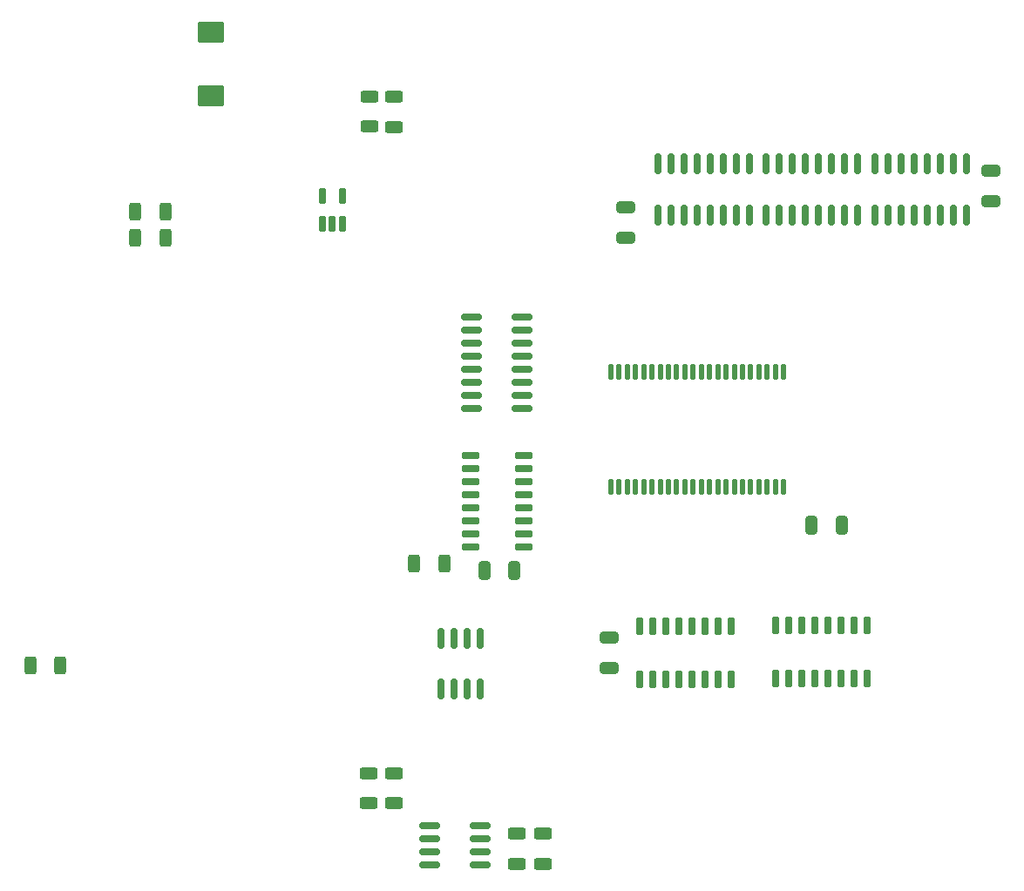
<source format=gbr>
%TF.GenerationSoftware,KiCad,Pcbnew,8.0.5-8.0.5-0~ubuntu22.04.1*%
%TF.CreationDate,2024-10-23T07:47:20+02:00*%
%TF.ProjectId,RamRomBoard,52616d52-6f6d-4426-9f61-72642e6b6963,rev?*%
%TF.SameCoordinates,Original*%
%TF.FileFunction,Paste,Bot*%
%TF.FilePolarity,Positive*%
%FSLAX46Y46*%
G04 Gerber Fmt 4.6, Leading zero omitted, Abs format (unit mm)*
G04 Created by KiCad (PCBNEW 8.0.5-8.0.5-0~ubuntu22.04.1) date 2024-10-23 07:47:20*
%MOMM*%
%LPD*%
G01*
G04 APERTURE LIST*
G04 Aperture macros list*
%AMRoundRect*
0 Rectangle with rounded corners*
0 $1 Rounding radius*
0 $2 $3 $4 $5 $6 $7 $8 $9 X,Y pos of 4 corners*
0 Add a 4 corners polygon primitive as box body*
4,1,4,$2,$3,$4,$5,$6,$7,$8,$9,$2,$3,0*
0 Add four circle primitives for the rounded corners*
1,1,$1+$1,$2,$3*
1,1,$1+$1,$4,$5*
1,1,$1+$1,$6,$7*
1,1,$1+$1,$8,$9*
0 Add four rect primitives between the rounded corners*
20,1,$1+$1,$2,$3,$4,$5,0*
20,1,$1+$1,$4,$5,$6,$7,0*
20,1,$1+$1,$6,$7,$8,$9,0*
20,1,$1+$1,$8,$9,$2,$3,0*%
G04 Aperture macros list end*
%ADD10RoundRect,0.150000X0.150000X-0.825000X0.150000X0.825000X-0.150000X0.825000X-0.150000X-0.825000X0*%
%ADD11RoundRect,0.150000X0.150000X-0.725000X0.150000X0.725000X-0.150000X0.725000X-0.150000X-0.725000X0*%
%ADD12RoundRect,0.150000X0.825000X0.150000X-0.825000X0.150000X-0.825000X-0.150000X0.825000X-0.150000X0*%
%ADD13RoundRect,0.250000X0.650000X-0.325000X0.650000X0.325000X-0.650000X0.325000X-0.650000X-0.325000X0*%
%ADD14RoundRect,0.250000X-0.650000X0.325000X-0.650000X-0.325000X0.650000X-0.325000X0.650000X0.325000X0*%
%ADD15RoundRect,0.250000X-0.625000X0.312500X-0.625000X-0.312500X0.625000X-0.312500X0.625000X0.312500X0*%
%ADD16RoundRect,0.150000X0.725000X0.150000X-0.725000X0.150000X-0.725000X-0.150000X0.725000X-0.150000X0*%
%ADD17RoundRect,0.162500X0.162500X-0.617500X0.162500X0.617500X-0.162500X0.617500X-0.162500X-0.617500X0*%
%ADD18RoundRect,0.250000X-0.325000X-0.650000X0.325000X-0.650000X0.325000X0.650000X-0.325000X0.650000X0*%
%ADD19RoundRect,0.150000X-0.150000X0.825000X-0.150000X-0.825000X0.150000X-0.825000X0.150000X0.825000X0*%
%ADD20RoundRect,0.250000X0.312500X0.625000X-0.312500X0.625000X-0.312500X-0.625000X0.312500X-0.625000X0*%
%ADD21RoundRect,0.250000X0.625000X-0.312500X0.625000X0.312500X-0.625000X0.312500X-0.625000X-0.312500X0*%
%ADD22RoundRect,0.137500X0.137500X-0.625000X0.137500X0.625000X-0.137500X0.625000X-0.137500X-0.625000X0*%
%ADD23RoundRect,0.250000X0.325000X0.650000X-0.325000X0.650000X-0.325000X-0.650000X0.325000X-0.650000X0*%
%ADD24RoundRect,0.250000X1.025000X-0.787500X1.025000X0.787500X-1.025000X0.787500X-1.025000X-0.787500X0*%
G04 APERTURE END LIST*
D10*
%TO.C,U20*%
X97540000Y-117100000D03*
X96270000Y-117100000D03*
X95000000Y-117100000D03*
X93730000Y-117100000D03*
X93730000Y-112150000D03*
X95000000Y-112150000D03*
X96270000Y-112150000D03*
X97540000Y-112150000D03*
%TD*%
D11*
%TO.C,U13*%
X135128000Y-116091495D03*
X133858000Y-116091495D03*
X132588000Y-116091495D03*
X131318000Y-116091495D03*
X130048000Y-116091495D03*
X128778000Y-116091495D03*
X127508000Y-116091495D03*
X126238000Y-116091495D03*
X126238000Y-110941495D03*
X127508000Y-110941495D03*
X128778000Y-110941495D03*
X130048000Y-110941495D03*
X131318000Y-110941495D03*
X132588000Y-110941495D03*
X133858000Y-110941495D03*
X135128000Y-110941495D03*
%TD*%
D12*
%TO.C,U4*%
X97567000Y-130383995D03*
X97567000Y-131653995D03*
X97567000Y-132923995D03*
X97567000Y-134193995D03*
X92617000Y-134193995D03*
X92617000Y-132923995D03*
X92617000Y-131653995D03*
X92617000Y-130383995D03*
%TD*%
D13*
%TO.C,C3*%
X147160000Y-69653995D03*
X147160000Y-66703995D03*
%TD*%
D14*
%TO.C,C5*%
X111700000Y-70250000D03*
X111700000Y-73200000D03*
%TD*%
D15*
%TO.C,R3*%
X103632000Y-131187000D03*
X103632000Y-134112000D03*
%TD*%
D11*
%TO.C,U14*%
X121920000Y-116161495D03*
X120650000Y-116161495D03*
X119380000Y-116161495D03*
X118110000Y-116161495D03*
X116840000Y-116161495D03*
X115570000Y-116161495D03*
X114300000Y-116161495D03*
X113030000Y-116161495D03*
X113030000Y-111011495D03*
X114300000Y-111011495D03*
X115570000Y-111011495D03*
X116840000Y-111011495D03*
X118110000Y-111011495D03*
X119380000Y-111011495D03*
X120650000Y-111011495D03*
X121920000Y-111011495D03*
%TD*%
D16*
%TO.C,U17*%
X101793000Y-94442995D03*
X101793000Y-95712995D03*
X101793000Y-96982995D03*
X101793000Y-98252995D03*
X101793000Y-99522995D03*
X101793000Y-100792995D03*
X101793000Y-102062995D03*
X101793000Y-103332995D03*
X96643000Y-103332995D03*
X96643000Y-102062995D03*
X96643000Y-100792995D03*
X96643000Y-99522995D03*
X96643000Y-98252995D03*
X96643000Y-96982995D03*
X96643000Y-95712995D03*
X96643000Y-94442995D03*
%TD*%
D17*
%TO.C,U5*%
X84150000Y-71850000D03*
X83200000Y-71850000D03*
X82250000Y-71850000D03*
X82250000Y-69150000D03*
X84150000Y-69150000D03*
%TD*%
D18*
%TO.C,C9*%
X97948000Y-105618995D03*
X100898000Y-105618995D03*
%TD*%
D19*
%TO.C,U7*%
X114838125Y-66066470D03*
X116108125Y-66066470D03*
X117378125Y-66066470D03*
X118648125Y-66066470D03*
X119918125Y-66066470D03*
X121188125Y-66066470D03*
X122458125Y-66066470D03*
X123728125Y-66066470D03*
X123728125Y-71016470D03*
X122458125Y-71016470D03*
X121188125Y-71016470D03*
X119918125Y-71016470D03*
X118648125Y-71016470D03*
X117378125Y-71016470D03*
X116108125Y-71016470D03*
X114838125Y-71016470D03*
%TD*%
D20*
%TO.C,R1*%
X66960000Y-73233995D03*
X64035000Y-73233995D03*
%TD*%
D21*
%TO.C,R7*%
X86800000Y-62425000D03*
X86800000Y-59500000D03*
%TD*%
D22*
%TO.C,U12*%
X127049000Y-97490495D03*
X126249000Y-97490495D03*
X125449000Y-97490495D03*
X124649000Y-97490495D03*
X123849000Y-97490495D03*
X123049000Y-97490495D03*
X122249000Y-97490495D03*
X121449000Y-97490495D03*
X120649000Y-97490495D03*
X119849000Y-97490495D03*
X119049000Y-97490495D03*
X118249000Y-97490495D03*
X117449000Y-97490495D03*
X116649000Y-97490495D03*
X115849000Y-97490495D03*
X115049000Y-97490495D03*
X114249000Y-97490495D03*
X113449000Y-97490495D03*
X112649000Y-97490495D03*
X111849000Y-97490495D03*
X111049000Y-97490495D03*
X110249000Y-97490495D03*
X110249000Y-86315495D03*
X111049000Y-86315495D03*
X111849000Y-86315495D03*
X112649000Y-86315495D03*
X113449000Y-86315495D03*
X114249000Y-86315495D03*
X115049000Y-86315495D03*
X115849000Y-86315495D03*
X116649000Y-86315495D03*
X117449000Y-86315495D03*
X118249000Y-86315495D03*
X119049000Y-86315495D03*
X119849000Y-86315495D03*
X120649000Y-86315495D03*
X121449000Y-86315495D03*
X122249000Y-86315495D03*
X123049000Y-86315495D03*
X123849000Y-86315495D03*
X124649000Y-86315495D03*
X125449000Y-86315495D03*
X126249000Y-86315495D03*
X127049000Y-86315495D03*
%TD*%
D23*
%TO.C,C13*%
X132724500Y-101173995D03*
X129774500Y-101173995D03*
%TD*%
D15*
%TO.C,R6*%
X89154000Y-125283500D03*
X89154000Y-128208500D03*
%TD*%
D20*
%TO.C,R9*%
X94062500Y-104900000D03*
X91137500Y-104900000D03*
%TD*%
D24*
%TO.C,C12*%
X71360000Y-59453995D03*
X71360000Y-53228995D03*
%TD*%
D19*
%TO.C,U8*%
X125353725Y-66066470D03*
X126623725Y-66066470D03*
X127893725Y-66066470D03*
X129163725Y-66066470D03*
X130433725Y-66066470D03*
X131703725Y-66066470D03*
X132973725Y-66066470D03*
X134243725Y-66066470D03*
X134243725Y-71016470D03*
X132973725Y-71016470D03*
X131703725Y-71016470D03*
X130433725Y-71016470D03*
X129163725Y-71016470D03*
X127893725Y-71016470D03*
X126623725Y-71016470D03*
X125353725Y-71016470D03*
%TD*%
D20*
%TO.C,R10*%
X56769000Y-114808000D03*
X53844000Y-114808000D03*
%TD*%
D15*
%TO.C,R4*%
X101092000Y-131187000D03*
X101092000Y-134112000D03*
%TD*%
%TO.C,R5*%
X86741000Y-125283500D03*
X86741000Y-128208500D03*
%TD*%
D21*
%TO.C,R8*%
X89200000Y-62450000D03*
X89200000Y-59525000D03*
%TD*%
D20*
%TO.C,R2*%
X66960000Y-70693995D03*
X64035000Y-70693995D03*
%TD*%
D12*
%TO.C,U18*%
X101631000Y-80980995D03*
X101631000Y-82250995D03*
X101631000Y-83520995D03*
X101631000Y-84790995D03*
X101631000Y-86060995D03*
X101631000Y-87330995D03*
X101631000Y-88600995D03*
X101631000Y-89870995D03*
X96681000Y-89870995D03*
X96681000Y-88600995D03*
X96681000Y-87330995D03*
X96681000Y-86060995D03*
X96681000Y-84790995D03*
X96681000Y-83520995D03*
X96681000Y-82250995D03*
X96681000Y-80980995D03*
%TD*%
D13*
%TO.C,C10*%
X110089500Y-115045995D03*
X110089500Y-112095995D03*
%TD*%
D19*
%TO.C,U9*%
X135894725Y-66055270D03*
X137164725Y-66055270D03*
X138434725Y-66055270D03*
X139704725Y-66055270D03*
X140974725Y-66055270D03*
X142244725Y-66055270D03*
X143514725Y-66055270D03*
X144784725Y-66055270D03*
X144784725Y-71005270D03*
X143514725Y-71005270D03*
X142244725Y-71005270D03*
X140974725Y-71005270D03*
X139704725Y-71005270D03*
X138434725Y-71005270D03*
X137164725Y-71005270D03*
X135894725Y-71005270D03*
%TD*%
M02*

</source>
